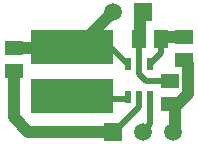
<source format=gbr>
G04 DipTrace 3.0.0.2*
G04 Top.gbr*
%MOIN*%
G04 #@! TF.FileFunction,Copper,L1,Top*
G04 #@! TF.Part,Single*
G04 #@! TA.AperFunction,Conductor*
%ADD13C,0.019685*%
%ADD14C,0.03937*%
%ADD17R,0.059055X0.051181*%
G04 #@! TA.AperFunction,ComponentPad*
%ADD18R,0.059055X0.059055*%
%ADD19C,0.059055*%
%ADD20R,0.275591X0.11811*%
%ADD21R,0.051181X0.059055*%
%ADD23R,0.023622X0.043307*%
%FSLAX26Y26*%
G04*
G70*
G90*
G75*
G01*
G04 Top*
%LPD*%
X856861Y557927D2*
D13*
Y525365D1*
X774724Y443228D1*
X770394D1*
X970394D2*
D14*
X977874Y450709D1*
Y536535D1*
X961732D1*
X1006220Y682992D2*
X1020787Y668425D1*
Y570394D1*
X986929Y536535D1*
X961732D1*
X439291Y646378D2*
Y492835D1*
X488898Y443228D1*
X770394D1*
X856861Y668163D2*
D13*
Y636289D1*
X881811Y611339D1*
X961732D1*
X856861Y668163D2*
X856220Y668803D1*
Y750709D1*
X870394Y843228D2*
D14*
X860551Y833386D1*
Y750709D1*
X856220D1*
X894262Y668163D2*
D13*
X931024Y704924D1*
Y750709D1*
D14*
X938110Y757795D1*
X1006220D1*
X870394Y443228D2*
D13*
X894409Y467244D1*
Y556220D1*
X892703Y557927D1*
X894262D1*
X439291Y721181D2*
D14*
X503858D1*
X516063Y733386D1*
X540079D1*
X535748Y729055D1*
X635354D1*
Y726299D1*
X819459Y668163D2*
D13*
X761323Y726299D1*
X635354D1*
D14*
X622362D1*
Y695197D1*
X770394Y843228D1*
X635354Y560945D2*
D13*
X645591Y550709D1*
X819459D1*
Y557927D1*
D17*
X439291Y646378D3*
Y721181D3*
X961732Y536535D3*
Y611339D3*
D18*
X770394Y443228D3*
D19*
X870394D3*
X970394D3*
D18*
X870394Y843228D3*
D19*
X770394D3*
D20*
X635354Y560945D3*
Y726299D3*
D21*
X856220Y750709D3*
X931024D3*
D17*
X1006220Y757795D3*
Y682992D3*
D23*
X856861Y557927D3*
X819459D3*
X894262D3*
X856861Y668163D3*
X819459D3*
X894262D3*
M02*

</source>
